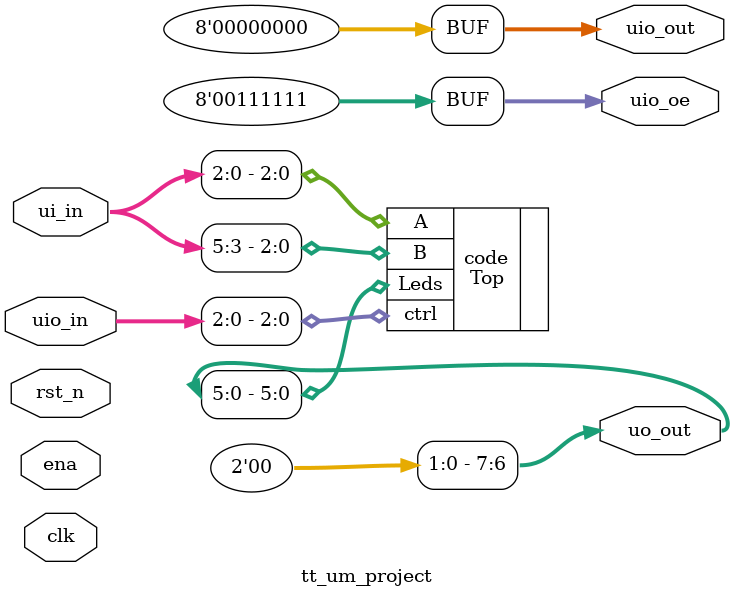
<source format=v>
/*
 * Copyright (c) 2024 Your Name
 * SPDX-License-Identifier: Apache-2.0
 */

`define default_netname none

module tt_um_project (
    input  wire [7:0] ui_in,    // Dedicated inputs
    output wire [7:0] uo_out,   // Dedicated outputs
    input  wire [7:0] uio_in,   // IOs: Input path
    output wire [7:0] uio_out,  // IOs: Output path
    output wire [7:0] uio_oe,   // IOs: Enable path (active high: 0=input, 1=output)
    input  wire       ena,      // will go high when the design is enabled
    input  wire       clk,      // clock
    input  wire       rst_n     // reset_n - low to reset
);

  // All output pins must be assigned. If not used, assign to 0.

    Top code (.A(ui_in[2:0]), .B(ui_in[5:3]), .ctrl(uio_in[2:0]), .Leds(uo_out[5:0]));

    assign uio_oe = 8'b00111111;
    assign uo_out[7:6] = 2'b00;
    assign uio_out[7:0] = 8'b00000000;   

endmodule

</source>
